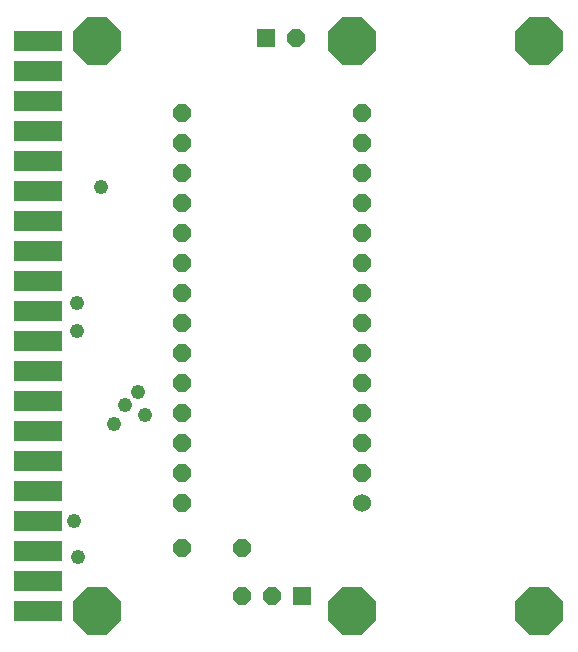
<source format=gbr>
G04 EAGLE Gerber RS-274X export*
G75*
%MOMM*%
%FSLAX34Y34*%
%LPD*%
%INSoldermask Bottom*%
%IPPOS*%
%AMOC8*
5,1,8,0,0,1.08239X$1,22.5*%
G01*
%ADD10P,4.343848X8X22.500000*%
%ADD11C,1.524000*%
%ADD12P,1.649562X8X202.500000*%
%ADD13P,1.649562X8X112.500000*%
%ADD14R,1.524000X1.524000*%
%ADD15P,1.649562X8X292.500000*%
%ADD16R,4.140200X1.727200*%
%ADD17P,1.649562X8X22.500000*%
%ADD18C,1.219200*%


D10*
X449580Y723900D03*
X449580Y241300D03*
X290830Y723900D03*
X74930Y723900D03*
X290830Y241300D03*
X74930Y241300D03*
D11*
X299720Y332740D03*
D12*
X299720Y358140D03*
X299720Y383540D03*
X299720Y408940D03*
X299720Y434340D03*
X299720Y459740D03*
X299720Y485140D03*
X299720Y510540D03*
X299720Y535940D03*
X299720Y561340D03*
X299720Y586740D03*
X299720Y612140D03*
X299720Y637540D03*
X299720Y662940D03*
X147320Y662940D03*
X147320Y637540D03*
X147320Y612140D03*
X147320Y586740D03*
X147320Y561340D03*
X147320Y535940D03*
X147320Y510540D03*
X147320Y485140D03*
X147320Y459740D03*
X147320Y434340D03*
X147320Y408940D03*
X147320Y383540D03*
X147320Y358140D03*
X147320Y332740D03*
D13*
X243840Y726440D03*
D14*
X218440Y726440D03*
D15*
X223520Y254000D03*
D14*
X248920Y254000D03*
D15*
X198120Y254000D03*
D16*
X25400Y241300D03*
X25400Y266700D03*
X25400Y292100D03*
X25400Y317500D03*
X25400Y342900D03*
X25400Y368300D03*
X25400Y393700D03*
X25400Y419100D03*
X25400Y444500D03*
X25400Y469900D03*
X25400Y495300D03*
X25400Y520700D03*
X25400Y546100D03*
X25400Y571500D03*
X25400Y596900D03*
X25400Y622300D03*
X25400Y647700D03*
X25400Y673100D03*
X25400Y698500D03*
X25400Y723900D03*
D17*
X147320Y294640D03*
X198120Y294640D03*
D18*
X55269Y317500D03*
X58063Y501627D03*
X58135Y478096D03*
X115779Y407017D03*
X89565Y399547D03*
X110270Y426393D03*
X58802Y286814D03*
X78282Y600084D03*
X98466Y415201D03*
M02*

</source>
